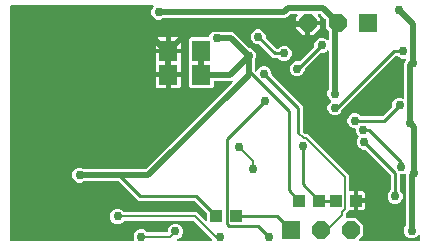
<source format=gbr>
G04 EAGLE Gerber RS-274X export*
G75*
%MOMM*%
%FSLAX34Y34*%
%LPD*%
%INBottom Copper*%
%IPPOS*%
%AMOC8*
5,1,8,0,0,1.08239X$1,22.5*%
G01*
%ADD10R,1.524000X1.524000*%
%ADD11P,1.649562X8X22.500000*%
%ADD12R,1.000000X1.100000*%
%ADD13P,1.649562X8X202.500000*%
%ADD14R,1.600000X1.800000*%
%ADD15C,0.756400*%
%ADD16C,0.254000*%
%ADD17C,0.508000*%
%ADD18C,0.200000*%
%ADD19C,0.203200*%

G36*
X114344Y10177D02*
X114344Y10177D01*
X114463Y10189D01*
X114484Y10197D01*
X114506Y10201D01*
X114614Y10249D01*
X114725Y10293D01*
X114743Y10307D01*
X114763Y10317D01*
X114853Y10394D01*
X114947Y10467D01*
X114960Y10485D01*
X114978Y10500D01*
X115043Y10600D01*
X115112Y10696D01*
X115119Y10717D01*
X115132Y10736D01*
X115167Y10849D01*
X115206Y10961D01*
X115208Y10984D01*
X115214Y11006D01*
X115216Y11124D01*
X115223Y11243D01*
X115218Y11264D01*
X115218Y11288D01*
X115168Y11467D01*
X115150Y11542D01*
X114677Y12684D01*
X114677Y15200D01*
X115640Y17524D01*
X117418Y19302D01*
X119742Y20265D01*
X122258Y20265D01*
X124582Y19302D01*
X126108Y17775D01*
X126185Y17718D01*
X126256Y17653D01*
X126297Y17633D01*
X126334Y17606D01*
X126424Y17572D01*
X126510Y17530D01*
X126552Y17524D01*
X126598Y17507D01*
X126725Y17497D01*
X126815Y17483D01*
X142678Y17483D01*
X142742Y17492D01*
X142806Y17491D01*
X142881Y17512D01*
X142957Y17523D01*
X143016Y17549D01*
X143078Y17566D01*
X143144Y17607D01*
X143214Y17639D01*
X143263Y17681D01*
X143318Y17714D01*
X143370Y17772D01*
X143428Y17822D01*
X143464Y17876D01*
X143507Y17924D01*
X143540Y17993D01*
X143583Y18058D01*
X143602Y18120D01*
X143630Y18177D01*
X143641Y18247D01*
X143665Y18328D01*
X143666Y18413D01*
X143677Y18482D01*
X143677Y19564D01*
X144640Y21888D01*
X146418Y23666D01*
X148742Y24629D01*
X151258Y24629D01*
X153582Y23666D01*
X155360Y21888D01*
X156323Y19564D01*
X156323Y17048D01*
X155360Y14724D01*
X153582Y12946D01*
X151499Y12083D01*
X151424Y12039D01*
X151345Y12003D01*
X151303Y11968D01*
X151256Y11940D01*
X151197Y11876D01*
X151131Y11820D01*
X151101Y11774D01*
X151063Y11734D01*
X151024Y11657D01*
X150976Y11584D01*
X150960Y11531D01*
X150935Y11482D01*
X150919Y11397D01*
X150894Y11314D01*
X150893Y11259D01*
X150883Y11205D01*
X150891Y11119D01*
X150890Y11032D01*
X150905Y10979D01*
X150910Y10925D01*
X150942Y10844D01*
X150965Y10760D01*
X150994Y10713D01*
X151015Y10663D01*
X151068Y10594D01*
X151114Y10520D01*
X151154Y10483D01*
X151188Y10440D01*
X151258Y10390D01*
X151323Y10331D01*
X151372Y10307D01*
X151417Y10275D01*
X151499Y10246D01*
X151577Y10208D01*
X151627Y10200D01*
X151682Y10181D01*
X151796Y10174D01*
X151881Y10161D01*
X180362Y10161D01*
X180393Y10165D01*
X180426Y10163D01*
X180533Y10185D01*
X180641Y10201D01*
X180670Y10214D01*
X180702Y10220D01*
X180798Y10272D01*
X180898Y10317D01*
X180922Y10338D01*
X180951Y10353D01*
X181029Y10429D01*
X181112Y10500D01*
X181130Y10527D01*
X181153Y10550D01*
X181206Y10645D01*
X181266Y10736D01*
X181276Y10767D01*
X181292Y10795D01*
X181317Y10902D01*
X181349Y11006D01*
X181349Y11038D01*
X181357Y11069D01*
X181351Y11179D01*
X181353Y11288D01*
X181344Y11319D01*
X181342Y11351D01*
X181306Y11454D01*
X181277Y11560D01*
X181260Y11587D01*
X181250Y11618D01*
X181197Y11691D01*
X181129Y11800D01*
X181093Y11832D01*
X181068Y11867D01*
X165768Y27167D01*
X165691Y27224D01*
X165620Y27289D01*
X165579Y27309D01*
X165542Y27336D01*
X165452Y27370D01*
X165366Y27412D01*
X165324Y27418D01*
X165279Y27435D01*
X165151Y27445D01*
X165061Y27459D01*
X106815Y27459D01*
X106720Y27446D01*
X106624Y27441D01*
X106581Y27426D01*
X106536Y27419D01*
X106448Y27380D01*
X106357Y27348D01*
X106323Y27323D01*
X106279Y27303D01*
X106181Y27220D01*
X106108Y27167D01*
X104582Y25640D01*
X102258Y24677D01*
X99742Y24677D01*
X97418Y25640D01*
X95640Y27418D01*
X94677Y29742D01*
X94677Y32258D01*
X95640Y34582D01*
X97418Y36360D01*
X99742Y37323D01*
X102258Y37323D01*
X104582Y36360D01*
X106108Y34833D01*
X106185Y34776D01*
X106256Y34711D01*
X106297Y34691D01*
X106334Y34664D01*
X106424Y34630D01*
X106510Y34588D01*
X106552Y34582D01*
X106598Y34565D01*
X106725Y34555D01*
X106815Y34541D01*
X168409Y34541D01*
X170775Y32174D01*
X175253Y27696D01*
X175279Y27677D01*
X175300Y27652D01*
X175392Y27592D01*
X175479Y27527D01*
X175509Y27515D01*
X175536Y27498D01*
X175641Y27466D01*
X175743Y27427D01*
X175775Y27425D01*
X175806Y27415D01*
X175915Y27414D01*
X176024Y27405D01*
X176056Y27412D01*
X176088Y27411D01*
X176193Y27441D01*
X176300Y27463D01*
X176329Y27478D01*
X176360Y27487D01*
X176453Y27544D01*
X176549Y27595D01*
X176572Y27618D01*
X176600Y27635D01*
X176673Y27716D01*
X176751Y27792D01*
X176767Y27820D01*
X176789Y27844D01*
X176836Y27942D01*
X176890Y28038D01*
X176898Y28069D01*
X176912Y28098D01*
X176926Y28187D01*
X176955Y28312D01*
X176953Y28360D01*
X176959Y28402D01*
X176959Y32738D01*
X176946Y32833D01*
X176941Y32929D01*
X176926Y32972D01*
X176919Y33017D01*
X176880Y33104D01*
X176848Y33195D01*
X176823Y33230D01*
X176803Y33274D01*
X176720Y33371D01*
X176667Y33444D01*
X166214Y43897D01*
X166137Y43954D01*
X166066Y44019D01*
X166025Y44039D01*
X165989Y44066D01*
X165899Y44100D01*
X165812Y44142D01*
X165770Y44148D01*
X165725Y44165D01*
X165597Y44175D01*
X165508Y44189D01*
X118422Y44189D01*
X101984Y60627D01*
X101907Y60684D01*
X101836Y60749D01*
X101795Y60769D01*
X101759Y60796D01*
X101669Y60830D01*
X101582Y60872D01*
X101540Y60878D01*
X101495Y60895D01*
X101367Y60905D01*
X101278Y60919D01*
X73275Y60919D01*
X73180Y60906D01*
X73084Y60901D01*
X73041Y60886D01*
X72996Y60879D01*
X72908Y60840D01*
X72817Y60808D01*
X72783Y60783D01*
X72739Y60763D01*
X72641Y60680D01*
X72593Y60645D01*
X70258Y59677D01*
X67742Y59677D01*
X65418Y60640D01*
X63640Y62418D01*
X62677Y64742D01*
X62677Y67258D01*
X63640Y69582D01*
X65418Y71360D01*
X67742Y72323D01*
X70258Y72323D01*
X72591Y71356D01*
X72645Y71316D01*
X72716Y71251D01*
X72757Y71231D01*
X72794Y71204D01*
X72884Y71170D01*
X72970Y71128D01*
X73012Y71122D01*
X73058Y71105D01*
X73185Y71095D01*
X73275Y71081D01*
X124482Y71081D01*
X124577Y71094D01*
X124673Y71099D01*
X124716Y71114D01*
X124761Y71121D01*
X124848Y71160D01*
X124939Y71192D01*
X124974Y71217D01*
X125018Y71237D01*
X125115Y71320D01*
X125188Y71373D01*
X198108Y144293D01*
X198160Y144362D01*
X198219Y144426D01*
X198244Y144475D01*
X198277Y144518D01*
X198308Y144600D01*
X198347Y144677D01*
X198357Y144731D01*
X198376Y144782D01*
X198383Y144869D01*
X198399Y144954D01*
X198394Y145009D01*
X198398Y145063D01*
X198380Y145148D01*
X198372Y145235D01*
X198352Y145286D01*
X198341Y145340D01*
X198300Y145416D01*
X198268Y145497D01*
X198234Y145540D01*
X198208Y145589D01*
X198148Y145651D01*
X198094Y145719D01*
X198050Y145751D01*
X198011Y145791D01*
X197936Y145833D01*
X197865Y145884D01*
X197814Y145903D01*
X197766Y145930D01*
X197681Y145950D01*
X197600Y145979D01*
X197545Y145982D01*
X197492Y145995D01*
X197405Y145990D01*
X197318Y145995D01*
X197269Y145983D01*
X197210Y145980D01*
X197102Y145943D01*
X197019Y145923D01*
X197011Y145919D01*
X183540Y145919D01*
X183476Y145910D01*
X183412Y145911D01*
X183337Y145890D01*
X183261Y145879D01*
X183202Y145853D01*
X183140Y145836D01*
X183074Y145795D01*
X183004Y145763D01*
X182955Y145721D01*
X182900Y145688D01*
X182848Y145630D01*
X182790Y145580D01*
X182754Y145526D01*
X182711Y145478D01*
X182678Y145409D01*
X182635Y145344D01*
X182616Y145282D01*
X182588Y145225D01*
X182577Y145155D01*
X182553Y145074D01*
X182552Y144989D01*
X182541Y144920D01*
X182541Y140948D01*
X181052Y139459D01*
X162948Y139459D01*
X161459Y140948D01*
X161459Y181052D01*
X162948Y182541D01*
X177736Y182541D01*
X177800Y182550D01*
X177864Y182549D01*
X177939Y182570D01*
X178015Y182581D01*
X178074Y182607D01*
X178136Y182624D01*
X178202Y182665D01*
X178272Y182697D01*
X178321Y182739D01*
X178376Y182772D01*
X178428Y182830D01*
X178487Y182880D01*
X178522Y182934D01*
X178565Y182982D01*
X178599Y183051D01*
X178641Y183116D01*
X178660Y183178D01*
X178688Y183235D01*
X178699Y183305D01*
X178720Y183374D01*
X179698Y185736D01*
X181476Y187514D01*
X183800Y188477D01*
X186316Y188477D01*
X188650Y187510D01*
X188703Y187470D01*
X188775Y187405D01*
X188816Y187385D01*
X188852Y187358D01*
X188942Y187324D01*
X189028Y187282D01*
X189070Y187276D01*
X189116Y187259D01*
X189243Y187249D01*
X189333Y187235D01*
X197857Y187235D01*
X199724Y186461D01*
X212570Y173615D01*
X212647Y173558D01*
X212718Y173493D01*
X212759Y173473D01*
X212795Y173446D01*
X212885Y173412D01*
X212972Y173370D01*
X213014Y173364D01*
X213059Y173347D01*
X213187Y173337D01*
X213246Y173327D01*
X215582Y172360D01*
X217360Y170582D01*
X218323Y168258D01*
X218323Y165742D01*
X217356Y163409D01*
X217316Y163355D01*
X217251Y163284D01*
X217231Y163243D01*
X217204Y163206D01*
X217170Y163116D01*
X217128Y163030D01*
X217122Y162988D01*
X217105Y162942D01*
X217095Y162815D01*
X217081Y162725D01*
X217081Y154722D01*
X217094Y154627D01*
X217099Y154531D01*
X217114Y154488D01*
X217121Y154443D01*
X217160Y154356D01*
X217192Y154265D01*
X217217Y154230D01*
X217237Y154186D01*
X217320Y154089D01*
X217373Y154016D01*
X217460Y153929D01*
X217555Y153858D01*
X217646Y153783D01*
X217667Y153774D01*
X217686Y153760D01*
X217797Y153718D01*
X217905Y153671D01*
X217928Y153668D01*
X217949Y153660D01*
X218068Y153651D01*
X218185Y153637D01*
X218208Y153640D01*
X218231Y153639D01*
X218347Y153663D01*
X218464Y153682D01*
X218484Y153692D01*
X218507Y153696D01*
X218612Y153752D01*
X218718Y153803D01*
X218735Y153818D01*
X218756Y153829D01*
X218841Y153911D01*
X218929Y153990D01*
X218941Y154009D01*
X218958Y154025D01*
X219050Y154188D01*
X219090Y154253D01*
X219640Y155582D01*
X221418Y157360D01*
X223742Y158323D01*
X226258Y158323D01*
X228582Y157360D01*
X230360Y155582D01*
X231323Y153258D01*
X231323Y151480D01*
X231336Y151385D01*
X231341Y151289D01*
X231356Y151246D01*
X231363Y151201D01*
X231402Y151114D01*
X231434Y151023D01*
X231459Y150988D01*
X231479Y150944D01*
X231562Y150847D01*
X231615Y150774D01*
X257811Y124578D01*
X257811Y103633D01*
X257824Y103538D01*
X257829Y103442D01*
X257844Y103399D01*
X257851Y103354D01*
X257890Y103266D01*
X257922Y103176D01*
X257947Y103141D01*
X257967Y103097D01*
X258050Y103000D01*
X258103Y102927D01*
X259859Y101171D01*
X259935Y101114D01*
X260007Y101049D01*
X260048Y101029D01*
X260084Y101002D01*
X260174Y100968D01*
X260261Y100926D01*
X260303Y100920D01*
X260348Y100903D01*
X260476Y100893D01*
X260565Y100879D01*
X262092Y100879D01*
X297097Y65874D01*
X297097Y53340D01*
X297106Y53276D01*
X297105Y53212D01*
X297126Y53137D01*
X297137Y53061D01*
X297163Y53002D01*
X297180Y52940D01*
X297221Y52874D01*
X297253Y52804D01*
X297295Y52755D01*
X297328Y52700D01*
X297386Y52648D01*
X297436Y52590D01*
X297490Y52554D01*
X297538Y52511D01*
X297607Y52478D01*
X297672Y52435D01*
X297734Y52416D01*
X297791Y52388D01*
X297861Y52377D01*
X297942Y52353D01*
X298027Y52352D01*
X298096Y52341D01*
X301001Y52341D01*
X301001Y45300D01*
X301010Y45236D01*
X301009Y45172D01*
X301030Y45098D01*
X301041Y45021D01*
X301067Y44962D01*
X301084Y44900D01*
X301125Y44834D01*
X301157Y44764D01*
X301199Y44715D01*
X301232Y44660D01*
X301290Y44609D01*
X301340Y44550D01*
X301394Y44514D01*
X301442Y44471D01*
X301511Y44438D01*
X301576Y44395D01*
X301638Y44376D01*
X301695Y44348D01*
X301765Y44338D01*
X301846Y44313D01*
X301931Y44312D01*
X302000Y44301D01*
X303001Y44301D01*
X303001Y44299D01*
X302000Y44299D01*
X301936Y44290D01*
X301872Y44291D01*
X301797Y44270D01*
X301721Y44259D01*
X301662Y44233D01*
X301600Y44216D01*
X301534Y44175D01*
X301464Y44143D01*
X301415Y44101D01*
X301360Y44068D01*
X301308Y44010D01*
X301250Y43960D01*
X301214Y43906D01*
X301171Y43858D01*
X301138Y43789D01*
X301095Y43724D01*
X301076Y43662D01*
X301048Y43604D01*
X301038Y43535D01*
X301013Y43454D01*
X301012Y43369D01*
X301001Y43300D01*
X301001Y36259D01*
X297611Y36259D01*
X297594Y36263D01*
X297538Y36261D01*
X297483Y36267D01*
X297398Y36253D01*
X297312Y36249D01*
X297260Y36231D01*
X297204Y36222D01*
X297127Y36185D01*
X297046Y36157D01*
X297004Y36126D01*
X296950Y36100D01*
X296866Y36025D01*
X296797Y35975D01*
X294849Y34027D01*
X294792Y33950D01*
X294727Y33879D01*
X294707Y33838D01*
X294680Y33802D01*
X294646Y33712D01*
X294604Y33625D01*
X294598Y33583D01*
X294581Y33538D01*
X294571Y33410D01*
X294557Y33321D01*
X294557Y30560D01*
X294566Y30496D01*
X294565Y30432D01*
X294586Y30357D01*
X294597Y30281D01*
X294623Y30222D01*
X294640Y30160D01*
X294681Y30094D01*
X294713Y30024D01*
X294755Y29975D01*
X294788Y29920D01*
X294846Y29868D01*
X294896Y29810D01*
X294950Y29774D01*
X294998Y29731D01*
X295067Y29698D01*
X295132Y29655D01*
X295194Y29636D01*
X295251Y29608D01*
X295321Y29597D01*
X295402Y29573D01*
X295487Y29572D01*
X295556Y29561D01*
X302709Y29561D01*
X308661Y23609D01*
X308661Y15191D01*
X305336Y11867D01*
X305317Y11841D01*
X305292Y11820D01*
X305232Y11728D01*
X305167Y11641D01*
X305155Y11611D01*
X305138Y11584D01*
X305106Y11479D01*
X305067Y11377D01*
X305065Y11345D01*
X305055Y11314D01*
X305054Y11205D01*
X305045Y11096D01*
X305052Y11064D01*
X305052Y11032D01*
X305081Y10927D01*
X305103Y10820D01*
X305118Y10791D01*
X305127Y10760D01*
X305184Y10667D01*
X305235Y10571D01*
X305258Y10548D01*
X305275Y10520D01*
X305356Y10447D01*
X305432Y10369D01*
X305460Y10353D01*
X305484Y10331D01*
X305582Y10284D01*
X305678Y10230D01*
X305709Y10222D01*
X305738Y10208D01*
X305827Y10194D01*
X305952Y10165D01*
X306001Y10167D01*
X306043Y10161D01*
X356040Y10161D01*
X356104Y10170D01*
X356168Y10169D01*
X356243Y10190D01*
X356319Y10201D01*
X356378Y10227D01*
X356440Y10244D01*
X356506Y10285D01*
X356576Y10317D01*
X356625Y10359D01*
X356680Y10392D01*
X356732Y10450D01*
X356790Y10500D01*
X356826Y10554D01*
X356869Y10602D01*
X356902Y10671D01*
X356945Y10736D01*
X356964Y10798D01*
X356992Y10855D01*
X357003Y10925D01*
X357027Y11006D01*
X357028Y11091D01*
X357039Y11160D01*
X357039Y14685D01*
X357035Y14717D01*
X357037Y14749D01*
X357015Y14856D01*
X356999Y14964D01*
X356986Y14994D01*
X356980Y15025D01*
X356928Y15122D01*
X356883Y15221D01*
X356862Y15246D01*
X356847Y15274D01*
X356771Y15353D01*
X356700Y15436D01*
X356673Y15453D01*
X356650Y15476D01*
X356555Y15530D01*
X356464Y15590D01*
X356433Y15600D01*
X356405Y15615D01*
X356299Y15641D01*
X356194Y15672D01*
X356162Y15673D01*
X356131Y15680D01*
X356021Y15675D01*
X355912Y15676D01*
X355881Y15668D01*
X355849Y15666D01*
X355746Y15630D01*
X355640Y15601D01*
X355613Y15584D01*
X355582Y15574D01*
X355509Y15520D01*
X355400Y15453D01*
X355368Y15417D01*
X355333Y15392D01*
X353582Y13640D01*
X351258Y12677D01*
X348742Y12677D01*
X346418Y13640D01*
X344640Y15418D01*
X343677Y17742D01*
X343677Y20258D01*
X344644Y22591D01*
X344684Y22645D01*
X344749Y22716D01*
X344769Y22757D01*
X344796Y22794D01*
X344830Y22884D01*
X344872Y22970D01*
X344878Y23012D01*
X344895Y23058D01*
X344905Y23185D01*
X344919Y23275D01*
X344919Y66284D01*
X344903Y66402D01*
X344891Y66520D01*
X344883Y66541D01*
X344879Y66563D01*
X344831Y66671D01*
X344787Y66782D01*
X344773Y66800D01*
X344763Y66820D01*
X344686Y66910D01*
X344613Y67004D01*
X344595Y67017D01*
X344580Y67035D01*
X344480Y67100D01*
X344384Y67169D01*
X344363Y67177D01*
X344344Y67189D01*
X344230Y67224D01*
X344119Y67264D01*
X344096Y67265D01*
X344074Y67272D01*
X343956Y67273D01*
X343837Y67280D01*
X343816Y67275D01*
X343792Y67275D01*
X343613Y67226D01*
X343538Y67207D01*
X342258Y66677D01*
X340810Y66677D01*
X340746Y66668D01*
X340682Y66669D01*
X340607Y66648D01*
X340531Y66637D01*
X340472Y66611D01*
X340410Y66594D01*
X340344Y66553D01*
X340274Y66521D01*
X340225Y66479D01*
X340170Y66446D01*
X340118Y66388D01*
X340060Y66338D01*
X340024Y66284D01*
X339981Y66236D01*
X339948Y66167D01*
X339905Y66102D01*
X339886Y66040D01*
X339858Y65983D01*
X339847Y65913D01*
X339823Y65832D01*
X339822Y65747D01*
X339811Y65678D01*
X339811Y53545D01*
X339824Y53450D01*
X339829Y53354D01*
X339844Y53311D01*
X339851Y53266D01*
X339890Y53178D01*
X339922Y53087D01*
X339947Y53053D01*
X339967Y53009D01*
X340050Y52911D01*
X340103Y52838D01*
X341360Y51582D01*
X342323Y49258D01*
X342323Y46742D01*
X341360Y44418D01*
X339582Y42640D01*
X337258Y41677D01*
X334742Y41677D01*
X332418Y42640D01*
X330640Y44418D01*
X329677Y46742D01*
X329677Y49258D01*
X330640Y51582D01*
X331897Y52838D01*
X331954Y52915D01*
X332019Y52986D01*
X332039Y53027D01*
X332066Y53064D01*
X332100Y53154D01*
X332142Y53240D01*
X332148Y53282D01*
X332165Y53328D01*
X332175Y53455D01*
X332189Y53545D01*
X332189Y66008D01*
X332176Y66103D01*
X332171Y66199D01*
X332156Y66242D01*
X332149Y66287D01*
X332110Y66374D01*
X332078Y66465D01*
X332053Y66500D01*
X332033Y66544D01*
X331950Y66641D01*
X331897Y66714D01*
X311226Y87385D01*
X311149Y87442D01*
X311078Y87507D01*
X311037Y87527D01*
X311001Y87554D01*
X310911Y87588D01*
X310824Y87630D01*
X310782Y87636D01*
X310737Y87653D01*
X310609Y87663D01*
X310520Y87677D01*
X308742Y87677D01*
X306418Y88640D01*
X304640Y90418D01*
X303677Y92742D01*
X303677Y95258D01*
X304640Y97582D01*
X304852Y97793D01*
X304890Y97845D01*
X304936Y97890D01*
X304975Y97957D01*
X305021Y98019D01*
X305044Y98079D01*
X305075Y98135D01*
X305093Y98210D01*
X305121Y98283D01*
X305126Y98347D01*
X305140Y98409D01*
X305136Y98487D01*
X305142Y98564D01*
X305129Y98627D01*
X305126Y98691D01*
X305101Y98764D01*
X305085Y98840D01*
X305055Y98897D01*
X305033Y98958D01*
X304992Y99014D01*
X304952Y99089D01*
X304893Y99150D01*
X304852Y99207D01*
X303640Y100418D01*
X302677Y102742D01*
X302677Y104678D01*
X302668Y104742D01*
X302669Y104806D01*
X302648Y104881D01*
X302637Y104957D01*
X302611Y105016D01*
X302594Y105078D01*
X302553Y105144D01*
X302521Y105214D01*
X302479Y105263D01*
X302446Y105318D01*
X302388Y105370D01*
X302338Y105428D01*
X302284Y105464D01*
X302236Y105507D01*
X302167Y105540D01*
X302102Y105583D01*
X302040Y105602D01*
X301983Y105630D01*
X301913Y105641D01*
X301832Y105665D01*
X301747Y105666D01*
X301678Y105677D01*
X300742Y105677D01*
X298418Y106640D01*
X296640Y108418D01*
X295677Y110742D01*
X295677Y113258D01*
X296640Y115582D01*
X298418Y117360D01*
X300742Y118323D01*
X303258Y118323D01*
X305582Y117360D01*
X306838Y116103D01*
X306915Y116046D01*
X306986Y115981D01*
X307027Y115961D01*
X307064Y115934D01*
X307154Y115900D01*
X307240Y115858D01*
X307282Y115852D01*
X307328Y115835D01*
X307455Y115825D01*
X307545Y115811D01*
X325008Y115811D01*
X325103Y115824D01*
X325199Y115829D01*
X325242Y115844D01*
X325287Y115851D01*
X325374Y115890D01*
X325465Y115922D01*
X325500Y115947D01*
X325544Y115967D01*
X325641Y116050D01*
X325714Y116103D01*
X333385Y123774D01*
X333442Y123851D01*
X333507Y123922D01*
X333527Y123963D01*
X333554Y123999D01*
X333588Y124089D01*
X333630Y124176D01*
X333636Y124218D01*
X333653Y124263D01*
X333663Y124391D01*
X333677Y124480D01*
X333677Y126258D01*
X334640Y128582D01*
X336418Y130360D01*
X338742Y131323D01*
X341258Y131323D01*
X342538Y130793D01*
X342652Y130763D01*
X342766Y130728D01*
X342789Y130728D01*
X342811Y130722D01*
X342929Y130726D01*
X343048Y130725D01*
X343070Y130731D01*
X343093Y130732D01*
X343205Y130768D01*
X343320Y130800D01*
X343339Y130812D01*
X343361Y130819D01*
X343459Y130886D01*
X343560Y130948D01*
X343575Y130965D01*
X343594Y130978D01*
X343669Y131069D01*
X343749Y131157D01*
X343759Y131178D01*
X343773Y131196D01*
X343820Y131305D01*
X343872Y131411D01*
X343875Y131432D01*
X343885Y131455D01*
X343907Y131639D01*
X343919Y131716D01*
X343919Y160011D01*
X344601Y161657D01*
X344612Y161697D01*
X344630Y161735D01*
X344643Y161819D01*
X344665Y161893D01*
X344665Y161908D01*
X344671Y161930D01*
X344669Y161989D01*
X344677Y162039D01*
X344677Y162258D01*
X345107Y163296D01*
X345137Y163410D01*
X345171Y163524D01*
X345172Y163547D01*
X345177Y163569D01*
X345173Y163687D01*
X345175Y163806D01*
X345169Y163828D01*
X345168Y163851D01*
X345132Y163963D01*
X345100Y164078D01*
X345088Y164097D01*
X345081Y164119D01*
X345014Y164217D01*
X344952Y164318D01*
X344935Y164333D01*
X344922Y164352D01*
X344830Y164427D01*
X344742Y164507D01*
X344722Y164517D01*
X344704Y164531D01*
X344595Y164578D01*
X344489Y164630D01*
X344467Y164633D01*
X344445Y164643D01*
X344260Y164665D01*
X344184Y164677D01*
X341742Y164677D01*
X339418Y165640D01*
X338162Y166897D01*
X338085Y166954D01*
X338014Y167019D01*
X337973Y167039D01*
X337936Y167066D01*
X337846Y167100D01*
X337760Y167142D01*
X337718Y167148D01*
X337672Y167165D01*
X337545Y167175D01*
X337455Y167189D01*
X336992Y167189D01*
X336897Y167176D01*
X336801Y167171D01*
X336758Y167156D01*
X336713Y167149D01*
X336626Y167110D01*
X336535Y167078D01*
X336500Y167053D01*
X336456Y167033D01*
X336359Y166950D01*
X336286Y166897D01*
X291599Y122209D01*
X291574Y122176D01*
X291542Y122148D01*
X291498Y122075D01*
X291429Y121984D01*
X291408Y121929D01*
X291382Y121885D01*
X290360Y119418D01*
X288582Y117640D01*
X286258Y116677D01*
X283742Y116677D01*
X281418Y117640D01*
X279640Y119418D01*
X278677Y121742D01*
X278677Y124258D01*
X279640Y126582D01*
X281352Y128293D01*
X281390Y128345D01*
X281436Y128390D01*
X281475Y128457D01*
X281521Y128519D01*
X281544Y128579D01*
X281575Y128635D01*
X281593Y128710D01*
X281621Y128783D01*
X281626Y128847D01*
X281640Y128910D01*
X281636Y128987D01*
X281642Y129064D01*
X281629Y129127D01*
X281626Y129191D01*
X281601Y129264D01*
X281585Y129340D01*
X281555Y129397D01*
X281533Y129458D01*
X281492Y129514D01*
X281452Y129589D01*
X281393Y129650D01*
X281352Y129707D01*
X279640Y131418D01*
X278677Y133742D01*
X278677Y136258D01*
X279644Y138591D01*
X279684Y138645D01*
X279749Y138716D01*
X279769Y138757D01*
X279796Y138794D01*
X279830Y138884D01*
X279872Y138970D01*
X279878Y139012D01*
X279895Y139058D01*
X279905Y139185D01*
X279919Y139275D01*
X279919Y170565D01*
X279915Y170597D01*
X279917Y170629D01*
X279895Y170736D01*
X279879Y170844D01*
X279866Y170874D01*
X279860Y170905D01*
X279808Y171002D01*
X279763Y171101D01*
X279742Y171126D01*
X279727Y171154D01*
X279651Y171233D01*
X279580Y171316D01*
X279553Y171333D01*
X279530Y171356D01*
X279435Y171410D01*
X279344Y171470D01*
X279313Y171480D01*
X279285Y171495D01*
X279179Y171521D01*
X279074Y171552D01*
X279042Y171553D01*
X279011Y171560D01*
X278901Y171555D01*
X278792Y171556D01*
X278761Y171548D01*
X278729Y171546D01*
X278626Y171510D01*
X278520Y171481D01*
X278493Y171464D01*
X278462Y171454D01*
X278389Y171400D01*
X278280Y171333D01*
X278248Y171297D01*
X278213Y171272D01*
X277582Y170640D01*
X275258Y169677D01*
X273480Y169677D01*
X273385Y169664D01*
X273289Y169659D01*
X273246Y169644D01*
X273201Y169637D01*
X273114Y169598D01*
X273023Y169566D01*
X272988Y169541D01*
X272944Y169521D01*
X272847Y169438D01*
X272774Y169385D01*
X259615Y156226D01*
X259558Y156149D01*
X259493Y156078D01*
X259473Y156037D01*
X259446Y156001D01*
X259412Y155911D01*
X259370Y155824D01*
X259364Y155782D01*
X259347Y155737D01*
X259337Y155609D01*
X259323Y155520D01*
X259323Y154742D01*
X258360Y152418D01*
X256582Y150640D01*
X254258Y149677D01*
X251742Y149677D01*
X249418Y150640D01*
X247640Y152418D01*
X246677Y154742D01*
X246677Y157258D01*
X247640Y159582D01*
X249418Y161360D01*
X251742Y162323D01*
X254343Y162323D01*
X254392Y162310D01*
X254401Y162311D01*
X254411Y162308D01*
X254543Y162315D01*
X254673Y162319D01*
X254683Y162322D01*
X254692Y162323D01*
X254817Y162366D01*
X254942Y162407D01*
X254950Y162412D01*
X254959Y162415D01*
X255021Y162461D01*
X255175Y162565D01*
X255190Y162584D01*
X255208Y162597D01*
X267385Y174774D01*
X267442Y174851D01*
X267507Y174922D01*
X267527Y174963D01*
X267554Y174999D01*
X267588Y175089D01*
X267630Y175176D01*
X267636Y175218D01*
X267653Y175263D01*
X267663Y175391D01*
X267677Y175480D01*
X267677Y177258D01*
X268640Y179582D01*
X270418Y181360D01*
X272742Y182323D01*
X275258Y182323D01*
X277582Y181360D01*
X278213Y180728D01*
X278239Y180709D01*
X278260Y180684D01*
X278352Y180624D01*
X278439Y180559D01*
X278469Y180548D01*
X278496Y180530D01*
X278601Y180498D01*
X278703Y180459D01*
X278735Y180457D01*
X278766Y180448D01*
X278875Y180446D01*
X278984Y180438D01*
X279016Y180444D01*
X279048Y180444D01*
X279153Y180473D01*
X279260Y180495D01*
X279289Y180510D01*
X279320Y180519D01*
X279413Y180576D01*
X279509Y180628D01*
X279532Y180650D01*
X279560Y180667D01*
X279633Y180748D01*
X279711Y180824D01*
X279727Y180852D01*
X279749Y180876D01*
X279796Y180975D01*
X279850Y181070D01*
X279858Y181101D01*
X279872Y181130D01*
X279886Y181220D01*
X279915Y181344D01*
X279913Y181393D01*
X279919Y181435D01*
X279919Y187497D01*
X279906Y187592D01*
X279901Y187689D01*
X279886Y187732D01*
X279879Y187777D01*
X279840Y187864D01*
X279808Y187955D01*
X279783Y187989D01*
X279763Y188034D01*
X279680Y188131D01*
X279627Y188204D01*
X277239Y190591D01*
X277239Y197362D01*
X277226Y197457D01*
X277221Y197553D01*
X277206Y197596D01*
X277199Y197641D01*
X277160Y197728D01*
X277128Y197819D01*
X277103Y197854D01*
X277083Y197898D01*
X277000Y197995D01*
X276947Y198068D01*
X273088Y201927D01*
X273011Y201984D01*
X272940Y202049D01*
X272899Y202069D01*
X272863Y202096D01*
X272773Y202130D01*
X272686Y202172D01*
X272644Y202178D01*
X272599Y202195D01*
X272471Y202205D01*
X272382Y202219D01*
X271363Y202219D01*
X271331Y202215D01*
X271298Y202217D01*
X271192Y202195D01*
X271083Y202179D01*
X271054Y202166D01*
X271022Y202160D01*
X270926Y202108D01*
X270826Y202063D01*
X270802Y202042D01*
X270773Y202027D01*
X270695Y201951D01*
X270612Y201880D01*
X270594Y201853D01*
X270571Y201830D01*
X270518Y201735D01*
X270458Y201644D01*
X270448Y201613D01*
X270432Y201585D01*
X270407Y201479D01*
X270375Y201374D01*
X270375Y201342D01*
X270367Y201311D01*
X270373Y201201D01*
X270372Y201092D01*
X270380Y201061D01*
X270382Y201029D01*
X270418Y200926D01*
X270447Y200820D01*
X270464Y200793D01*
X270474Y200762D01*
X270528Y200689D01*
X270595Y200580D01*
X270631Y200548D01*
X270656Y200513D01*
X272161Y199009D01*
X272161Y196799D01*
X263000Y196799D01*
X262937Y196790D01*
X262872Y196791D01*
X262798Y196770D01*
X262721Y196759D01*
X262662Y196733D01*
X262600Y196716D01*
X262534Y196675D01*
X262464Y196643D01*
X262415Y196601D01*
X262360Y196568D01*
X262309Y196510D01*
X262250Y196460D01*
X262214Y196406D01*
X262171Y196358D01*
X262138Y196289D01*
X262095Y196224D01*
X262076Y196162D01*
X262048Y196105D01*
X262038Y196035D01*
X262013Y195954D01*
X262012Y195869D01*
X262001Y195800D01*
X262001Y194799D01*
X261999Y194799D01*
X261999Y195800D01*
X261990Y195864D01*
X261991Y195928D01*
X261970Y196003D01*
X261959Y196079D01*
X261933Y196138D01*
X261916Y196200D01*
X261875Y196266D01*
X261843Y196336D01*
X261801Y196385D01*
X261768Y196440D01*
X261710Y196492D01*
X261660Y196550D01*
X261606Y196586D01*
X261558Y196629D01*
X261489Y196662D01*
X261424Y196705D01*
X261362Y196724D01*
X261304Y196752D01*
X261235Y196762D01*
X261154Y196787D01*
X261069Y196788D01*
X261000Y196799D01*
X251839Y196799D01*
X251839Y199009D01*
X253344Y200513D01*
X253363Y200539D01*
X253388Y200560D01*
X253448Y200652D01*
X253513Y200739D01*
X253525Y200769D01*
X253542Y200796D01*
X253574Y200901D01*
X253613Y201003D01*
X253615Y201035D01*
X253625Y201066D01*
X253626Y201175D01*
X253635Y201284D01*
X253628Y201316D01*
X253628Y201348D01*
X253599Y201453D01*
X253577Y201560D01*
X253562Y201589D01*
X253553Y201620D01*
X253496Y201713D01*
X253445Y201809D01*
X253422Y201832D01*
X253405Y201860D01*
X253324Y201933D01*
X253248Y202011D01*
X253220Y202027D01*
X253196Y202049D01*
X253098Y202096D01*
X253002Y202150D01*
X252971Y202158D01*
X252942Y202172D01*
X252853Y202186D01*
X252728Y202215D01*
X252679Y202213D01*
X252637Y202219D01*
X247818Y202219D01*
X247723Y202206D01*
X247627Y202201D01*
X247584Y202186D01*
X247539Y202179D01*
X247452Y202140D01*
X247361Y202108D01*
X247326Y202083D01*
X247282Y202063D01*
X247185Y201980D01*
X247112Y201927D01*
X244878Y199693D01*
X243011Y198919D01*
X140275Y198919D01*
X140180Y198906D01*
X140084Y198901D01*
X140041Y198886D01*
X139996Y198879D01*
X139908Y198840D01*
X139817Y198808D01*
X139783Y198783D01*
X139739Y198763D01*
X139641Y198680D01*
X139593Y198645D01*
X137258Y197677D01*
X134742Y197677D01*
X132418Y198640D01*
X130640Y200418D01*
X129677Y202742D01*
X129677Y205258D01*
X130640Y207582D01*
X131192Y208133D01*
X131211Y208159D01*
X131236Y208180D01*
X131296Y208272D01*
X131361Y208359D01*
X131372Y208389D01*
X131390Y208416D01*
X131422Y208521D01*
X131461Y208623D01*
X131463Y208655D01*
X131472Y208686D01*
X131474Y208795D01*
X131482Y208904D01*
X131476Y208936D01*
X131476Y208968D01*
X131447Y209073D01*
X131425Y209180D01*
X131410Y209209D01*
X131401Y209240D01*
X131344Y209333D01*
X131292Y209429D01*
X131270Y209452D01*
X131253Y209480D01*
X131172Y209553D01*
X131096Y209631D01*
X131068Y209647D01*
X131044Y209669D01*
X130945Y209716D01*
X130850Y209770D01*
X130819Y209778D01*
X130790Y209792D01*
X130700Y209806D01*
X130576Y209835D01*
X130527Y209833D01*
X130485Y209839D01*
X11160Y209839D01*
X11096Y209830D01*
X11032Y209831D01*
X10957Y209810D01*
X10881Y209799D01*
X10822Y209773D01*
X10760Y209756D01*
X10694Y209715D01*
X10624Y209683D01*
X10575Y209641D01*
X10520Y209608D01*
X10468Y209550D01*
X10410Y209500D01*
X10374Y209446D01*
X10331Y209398D01*
X10298Y209329D01*
X10255Y209264D01*
X10236Y209202D01*
X10208Y209145D01*
X10197Y209075D01*
X10173Y208994D01*
X10172Y208909D01*
X10161Y208840D01*
X10161Y11160D01*
X10170Y11096D01*
X10169Y11032D01*
X10190Y10957D01*
X10201Y10881D01*
X10227Y10822D01*
X10244Y10760D01*
X10285Y10694D01*
X10317Y10624D01*
X10359Y10575D01*
X10392Y10520D01*
X10450Y10468D01*
X10500Y10410D01*
X10554Y10374D01*
X10602Y10331D01*
X10671Y10298D01*
X10736Y10255D01*
X10798Y10236D01*
X10855Y10208D01*
X10925Y10197D01*
X11006Y10173D01*
X11091Y10172D01*
X11160Y10161D01*
X114227Y10161D01*
X114344Y10177D01*
G37*
%LPC*%
G36*
X240742Y162677D02*
X240742Y162677D01*
X238418Y163640D01*
X237162Y164897D01*
X237085Y164954D01*
X237014Y165019D01*
X236973Y165039D01*
X236936Y165066D01*
X236846Y165100D01*
X236760Y165142D01*
X236718Y165148D01*
X236672Y165165D01*
X236545Y165175D01*
X236455Y165189D01*
X232422Y165189D01*
X221226Y176385D01*
X221149Y176442D01*
X221078Y176507D01*
X221037Y176527D01*
X221001Y176554D01*
X220911Y176588D01*
X220824Y176630D01*
X220782Y176636D01*
X220737Y176653D01*
X220609Y176663D01*
X220520Y176677D01*
X218742Y176677D01*
X216418Y177640D01*
X214640Y179418D01*
X213677Y181742D01*
X213677Y184258D01*
X214640Y186582D01*
X216418Y188360D01*
X218742Y189323D01*
X221258Y189323D01*
X223582Y188360D01*
X225360Y186582D01*
X226323Y184258D01*
X226323Y182480D01*
X226336Y182385D01*
X226341Y182289D01*
X226356Y182246D01*
X226363Y182201D01*
X226402Y182114D01*
X226434Y182023D01*
X226459Y181988D01*
X226479Y181944D01*
X226562Y181847D01*
X226615Y181774D01*
X235286Y173103D01*
X235363Y173046D01*
X235434Y172981D01*
X235475Y172961D01*
X235511Y172934D01*
X235601Y172900D01*
X235688Y172858D01*
X235730Y172852D01*
X235775Y172835D01*
X235903Y172825D01*
X235992Y172811D01*
X236455Y172811D01*
X236550Y172824D01*
X236646Y172829D01*
X236689Y172844D01*
X236734Y172851D01*
X236822Y172890D01*
X236913Y172922D01*
X236947Y172947D01*
X236991Y172967D01*
X237089Y173050D01*
X237162Y173103D01*
X238418Y174360D01*
X240742Y175323D01*
X243258Y175323D01*
X245582Y174360D01*
X247360Y172582D01*
X248323Y170258D01*
X248323Y167742D01*
X247360Y165418D01*
X245582Y163640D01*
X243258Y162677D01*
X240742Y162677D01*
G37*
%LPD*%
%LPC*%
G36*
X145999Y152999D02*
X145999Y152999D01*
X145999Y169001D01*
X154541Y169001D01*
X154541Y161666D01*
X154432Y161259D01*
X154426Y161215D01*
X154422Y161202D01*
X154422Y161179D01*
X154419Y161153D01*
X154399Y161048D01*
X154402Y161015D01*
X154398Y160979D01*
X154422Y160832D01*
X154432Y160741D01*
X154541Y160334D01*
X154541Y152999D01*
X145999Y152999D01*
G37*
%LPD*%
%LPC*%
G36*
X133459Y152999D02*
X133459Y152999D01*
X133459Y160334D01*
X133568Y160741D01*
X133581Y160847D01*
X133601Y160952D01*
X133598Y160985D01*
X133602Y161021D01*
X133581Y161150D01*
X133581Y161175D01*
X133575Y161200D01*
X133568Y161259D01*
X133459Y161666D01*
X133459Y169001D01*
X142001Y169001D01*
X142001Y152999D01*
X133459Y152999D01*
G37*
%LPD*%
%LPC*%
G36*
X145999Y172999D02*
X145999Y172999D01*
X145999Y182541D01*
X152335Y182541D01*
X152981Y182368D01*
X153560Y182033D01*
X154033Y181560D01*
X154368Y180981D01*
X154541Y180335D01*
X154541Y172999D01*
X145999Y172999D01*
G37*
%LPD*%
%LPC*%
G36*
X145999Y139459D02*
X145999Y139459D01*
X145999Y149001D01*
X154541Y149001D01*
X154541Y141665D01*
X154368Y141019D01*
X154033Y140440D01*
X153560Y139967D01*
X152981Y139632D01*
X152335Y139459D01*
X145999Y139459D01*
G37*
%LPD*%
%LPC*%
G36*
X133459Y172999D02*
X133459Y172999D01*
X133459Y180335D01*
X133632Y180981D01*
X133967Y181560D01*
X134440Y182033D01*
X135019Y182368D01*
X135665Y182541D01*
X142001Y182541D01*
X142001Y172999D01*
X133459Y172999D01*
G37*
%LPD*%
%LPC*%
G36*
X135665Y139459D02*
X135665Y139459D01*
X135019Y139632D01*
X134440Y139967D01*
X133967Y140440D01*
X133632Y141019D01*
X133459Y141665D01*
X133459Y149001D01*
X142001Y149001D01*
X142001Y139459D01*
X135665Y139459D01*
G37*
%LPD*%
%LPC*%
G36*
X263999Y184639D02*
X263999Y184639D01*
X263999Y192801D01*
X272161Y192801D01*
X272161Y190591D01*
X266209Y184639D01*
X263999Y184639D01*
G37*
%LPD*%
%LPC*%
G36*
X257791Y184639D02*
X257791Y184639D01*
X251839Y190591D01*
X251839Y192801D01*
X260001Y192801D01*
X260001Y184639D01*
X257791Y184639D01*
G37*
%LPD*%
%LPC*%
G36*
X304999Y46299D02*
X304999Y46299D01*
X304999Y52341D01*
X308335Y52341D01*
X308981Y52168D01*
X309560Y51833D01*
X310033Y51360D01*
X310368Y50781D01*
X310541Y50135D01*
X310541Y46299D01*
X304999Y46299D01*
G37*
%LPD*%
%LPC*%
G36*
X304999Y36259D02*
X304999Y36259D01*
X304999Y42301D01*
X310541Y42301D01*
X310541Y38465D01*
X310368Y37819D01*
X310033Y37240D01*
X309560Y36767D01*
X308981Y36432D01*
X308335Y36259D01*
X304999Y36259D01*
G37*
%LPD*%
%LPC*%
G36*
X143999Y170999D02*
X143999Y170999D01*
X143999Y171001D01*
X144001Y171001D01*
X144001Y170999D01*
X143999Y170999D01*
G37*
%LPD*%
%LPC*%
G36*
X143999Y150999D02*
X143999Y150999D01*
X143999Y151001D01*
X144001Y151001D01*
X144001Y150999D01*
X143999Y150999D01*
G37*
%LPD*%
D10*
X247700Y19400D03*
D11*
X273100Y19400D03*
X298500Y19400D03*
D12*
X271900Y44300D03*
X254900Y44300D03*
X303000Y44300D03*
X286000Y44300D03*
D10*
X312800Y194800D03*
D13*
X287400Y194800D03*
X262000Y194800D03*
D14*
X144000Y151000D03*
X172000Y151000D03*
X144000Y171000D03*
X172000Y171000D03*
D12*
X201500Y31000D03*
X184500Y31000D03*
D15*
X253000Y156000D03*
D16*
X254000Y156000D02*
X274000Y176000D01*
X254000Y156000D02*
X253000Y156000D01*
D15*
X274000Y176000D03*
X71000Y121000D03*
D17*
X127000Y177000D01*
X127000Y186000D01*
D15*
X127000Y186000D03*
D17*
X144000Y171000D02*
X144000Y151000D01*
X144000Y169000D01*
X127000Y186000D01*
X71000Y121000D02*
X71000Y107000D01*
X50000Y86000D01*
X50000Y52000D01*
X81000Y21000D02*
X90000Y21000D01*
X81000Y21000D02*
X50000Y52000D01*
D15*
X324000Y49000D03*
D17*
X163000Y190000D02*
X144000Y171000D01*
X163000Y190000D02*
X197000Y190000D01*
X199000Y192000D02*
X263500Y127500D01*
X261000Y193800D02*
X262000Y194800D01*
X261000Y193800D02*
X200800Y193800D01*
X199000Y192000D01*
X197000Y190000D01*
D16*
X303000Y44300D02*
X319300Y44300D01*
X324000Y49000D01*
D17*
X263500Y106500D02*
X263500Y127500D01*
X321000Y49000D02*
X324000Y49000D01*
X271000Y99000D02*
X263500Y106500D01*
X271000Y99000D02*
X321000Y49000D01*
D15*
X333000Y157000D03*
D17*
X275000Y99000D01*
X271000Y99000D01*
D15*
X90000Y30000D03*
D18*
X90000Y21000D01*
D15*
X130224Y22694D03*
D18*
X128530Y21000D01*
X90000Y21000D01*
D15*
X136000Y204000D03*
D17*
X242000Y204000D01*
X245300Y207300D01*
X274900Y207300D01*
X287400Y194800D01*
D15*
X285000Y135000D03*
D17*
X285000Y192400D01*
X287400Y194800D01*
D15*
X352000Y68000D03*
D17*
X352000Y107000D01*
X349000Y110000D01*
D15*
X349000Y110000D03*
D17*
X349000Y159000D01*
X351000Y161000D01*
D15*
X351000Y161000D03*
D17*
X351000Y194058D01*
X339000Y206058D01*
D15*
X339000Y206058D03*
X350000Y19000D03*
D17*
X350000Y33000D01*
X350000Y66000D01*
X352000Y68000D01*
D15*
X69000Y66000D03*
D17*
X85000Y66000D01*
X127000Y66000D01*
X212000Y151000D02*
X212000Y167000D01*
X212000Y151000D02*
X127000Y66000D01*
D15*
X212000Y167000D03*
D17*
X196000Y151000D01*
X172000Y151000D01*
X172000Y171000D01*
D16*
X102000Y66000D02*
X85000Y66000D01*
X167500Y48000D02*
X184500Y31000D01*
X167500Y48000D02*
X120000Y48000D01*
X102000Y66000D01*
X212000Y154000D02*
X212000Y167000D01*
X212000Y154000D02*
X245900Y120100D01*
X245900Y53300D01*
X254900Y44300D01*
D15*
X185058Y182154D03*
D17*
X196846Y182154D01*
X212000Y167000D01*
D15*
X220000Y183000D03*
D16*
X234000Y169000D01*
X242000Y169000D01*
D15*
X242000Y169000D03*
D16*
X254000Y123000D02*
X254000Y102000D01*
X254000Y123000D02*
X225000Y152000D01*
D15*
X225000Y152000D03*
D19*
X254000Y102000D02*
X258678Y97322D01*
X260619Y97322D01*
X293540Y37748D02*
X291000Y35208D01*
X291000Y32000D01*
X293540Y64401D02*
X260619Y97322D01*
X293540Y64401D02*
X293540Y37748D01*
X291000Y32000D02*
X278400Y19400D01*
X273100Y19400D01*
D15*
X285000Y123000D03*
D16*
X287000Y123000D02*
X335000Y171000D01*
X287000Y123000D02*
X285000Y123000D01*
X335000Y171000D02*
X343000Y171000D01*
D15*
X343000Y171000D03*
X302000Y112000D03*
D16*
X327000Y112000D01*
X340000Y125000D01*
D15*
X340000Y125000D03*
X309000Y104000D03*
X341000Y73000D03*
D16*
X341000Y77300D01*
X314300Y104000D02*
X309000Y104000D01*
X314300Y104000D02*
X341000Y77300D01*
D15*
X310000Y94000D03*
D16*
X336000Y68000D01*
X336000Y48000D01*
D15*
X336000Y48000D03*
D16*
X286000Y44300D02*
X271900Y44300D01*
X258000Y58200D01*
X258000Y91000D01*
D15*
X258000Y91000D03*
X101000Y31000D03*
X188000Y13942D03*
D18*
X184000Y13942D01*
X166942Y31000D01*
X101000Y31000D01*
D15*
X226000Y129000D03*
X229000Y14000D03*
D16*
X195343Y22706D02*
X193706Y24343D01*
X193706Y96706D02*
X226000Y129000D01*
X193706Y96706D02*
X193706Y24343D01*
X220294Y22706D02*
X229000Y14000D01*
X220294Y22706D02*
X195343Y22706D01*
X236100Y31000D02*
X247700Y19400D01*
X236100Y31000D02*
X201500Y31000D01*
D15*
X204000Y90000D03*
D18*
X216000Y78000D01*
X216000Y71000D01*
D15*
X216000Y71000D03*
X121000Y13942D03*
X150000Y18306D03*
D18*
X145636Y13942D01*
X121000Y13942D01*
M02*

</source>
